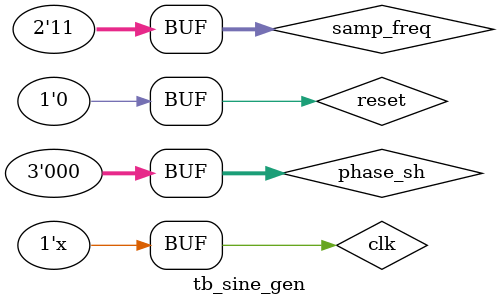
<source format=v>
`timescale 1ns / 1ps


module tb_sine_gen();

reg clk ,reset;
reg [1:0] samp_freq;
reg [2:0] phase_sh;
wire [15:0] wave_out;


sine_gen dut2 (.clk(clk),.reset(reset),.samp_freq(samp_freq),.phase_sh(phase_sh),.wave_out(wave_out));

always #0.5 clk = ~clk;

initial begin

clk = 0;
reset = 0;
samp_freq = 0;
phase_sh = 0;

#2 reset = 1;
#2 reset = 0;

#20000 samp_freq = 1;
phase_sh = 0;

#2 reset = 1;
#2 reset = 0;

#20000 samp_freq = 2;
phase_sh = 0;

#2 reset = 1;
#2 reset = 0;

#20000 samp_freq = 3;
phase_sh = 0;

#2 reset = 1;
#2 reset = 0;



end
endmodule

</source>
